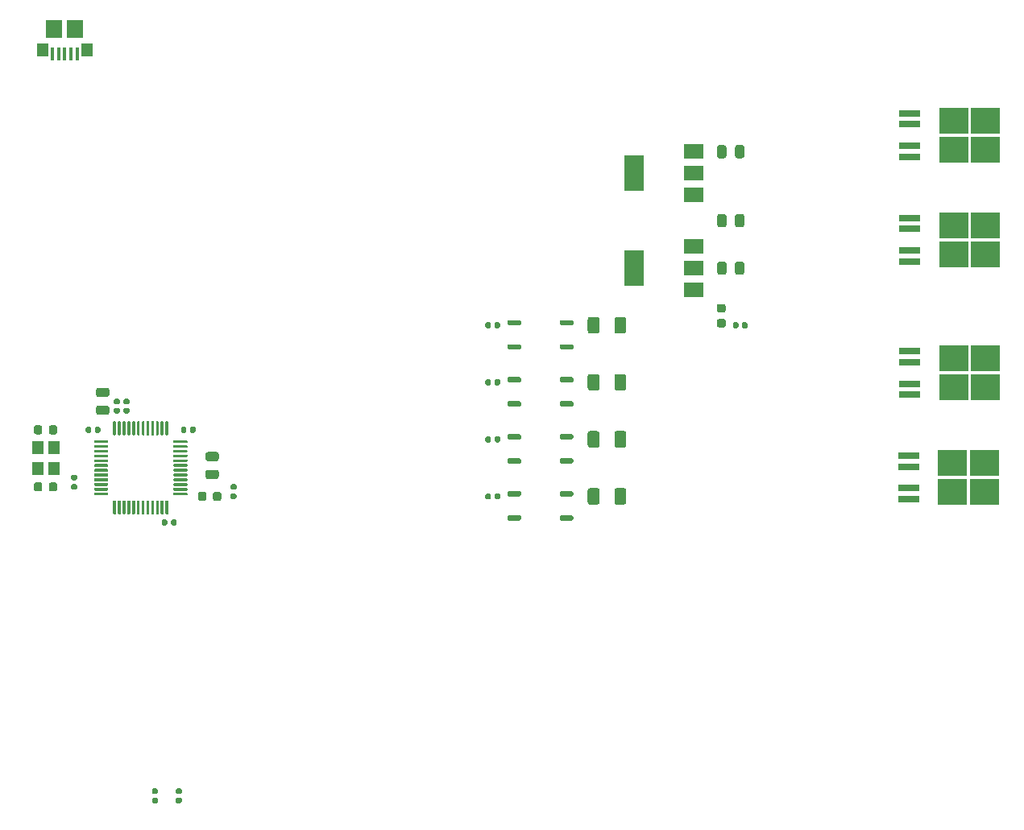
<source format=gbr>
%TF.GenerationSoftware,KiCad,Pcbnew,(5.1.5-131-g305ed0b65)-1*%
%TF.CreationDate,2021-01-25T18:11:24+08:00*%
%TF.ProjectId,OpenTEC,4f70656e-5445-4432-9e6b-696361645f70,rev?*%
%TF.SameCoordinates,Original*%
%TF.FileFunction,Paste,Top*%
%TF.FilePolarity,Positive*%
%FSLAX46Y46*%
G04 Gerber Fmt 4.6, Leading zero omitted, Abs format (unit mm)*
G04 Created by KiCad (PCBNEW (5.1.5-131-g305ed0b65)-1) date 2021-01-25 18:11:24*
%MOMM*%
%LPD*%
G01*
G04 APERTURE LIST*
%ADD10R,2.000000X3.800000*%
%ADD11R,2.000000X1.500000*%
%ADD12R,1.750000X1.900000*%
%ADD13R,0.400000X1.400000*%
%ADD14R,1.150000X1.450000*%
%ADD15R,2.200000X0.800000*%
%ADD16R,3.050000X2.750000*%
%ADD17R,1.200000X1.400000*%
G04 APERTURE END LIST*
D10*
%TO.C,U1*%
X154850000Y-63000000D03*
D11*
X161150000Y-63000000D03*
X161150000Y-60700000D03*
X161150000Y-65300000D03*
%TD*%
%TO.C,U2*%
X161150000Y-75300000D03*
X161150000Y-70700000D03*
X161150000Y-73000000D03*
D10*
X154850000Y-73000000D03*
%TD*%
%TO.C,D2*%
G36*
G01*
X111475000Y-96743750D02*
X111475000Y-97256250D01*
G75*
G02*
X111256250Y-97475000I-218750J0D01*
G01*
X110818750Y-97475000D01*
G75*
G02*
X110600000Y-97256250I0J218750D01*
G01*
X110600000Y-96743750D01*
G75*
G02*
X110818750Y-96525000I218750J0D01*
G01*
X111256250Y-96525000D01*
G75*
G02*
X111475000Y-96743750I0J-218750D01*
G01*
G37*
G36*
G01*
X109900000Y-96743750D02*
X109900000Y-97256250D01*
G75*
G02*
X109681250Y-97475000I-218750J0D01*
G01*
X109243750Y-97475000D01*
G75*
G02*
X109025000Y-97256250I0J218750D01*
G01*
X109025000Y-96743750D01*
G75*
G02*
X109243750Y-96525000I218750J0D01*
G01*
X109681250Y-96525000D01*
G75*
G02*
X109900000Y-96743750I0J-218750D01*
G01*
G37*
%TD*%
%TO.C,R10*%
G36*
G01*
X112922500Y-96310000D02*
X112577500Y-96310000D01*
G75*
G02*
X112430000Y-96162500I0J147500D01*
G01*
X112430000Y-95867500D01*
G75*
G02*
X112577500Y-95720000I147500J0D01*
G01*
X112922500Y-95720000D01*
G75*
G02*
X113070000Y-95867500I0J-147500D01*
G01*
X113070000Y-96162500D01*
G75*
G02*
X112922500Y-96310000I-147500J0D01*
G01*
G37*
G36*
G01*
X112922500Y-97280000D02*
X112577500Y-97280000D01*
G75*
G02*
X112430000Y-97132500I0J147500D01*
G01*
X112430000Y-96837500D01*
G75*
G02*
X112577500Y-96690000I147500J0D01*
G01*
X112922500Y-96690000D01*
G75*
G02*
X113070000Y-96837500I0J-147500D01*
G01*
X113070000Y-97132500D01*
G75*
G02*
X112922500Y-97280000I-147500J0D01*
G01*
G37*
%TD*%
%TO.C,C1*%
G36*
G01*
X163575000Y-61206250D02*
X163575000Y-60293750D01*
G75*
G02*
X163818750Y-60050000I243750J0D01*
G01*
X164306250Y-60050000D01*
G75*
G02*
X164550000Y-60293750I0J-243750D01*
G01*
X164550000Y-61206250D01*
G75*
G02*
X164306250Y-61450000I-243750J0D01*
G01*
X163818750Y-61450000D01*
G75*
G02*
X163575000Y-61206250I0J243750D01*
G01*
G37*
G36*
G01*
X165450000Y-61206250D02*
X165450000Y-60293750D01*
G75*
G02*
X165693750Y-60050000I243750J0D01*
G01*
X166181250Y-60050000D01*
G75*
G02*
X166425000Y-60293750I0J-243750D01*
G01*
X166425000Y-61206250D01*
G75*
G02*
X166181250Y-61450000I-243750J0D01*
G01*
X165693750Y-61450000D01*
G75*
G02*
X165450000Y-61206250I0J243750D01*
G01*
G37*
%TD*%
%TO.C,C2*%
G36*
G01*
X163575000Y-68456250D02*
X163575000Y-67543750D01*
G75*
G02*
X163818750Y-67300000I243750J0D01*
G01*
X164306250Y-67300000D01*
G75*
G02*
X164550000Y-67543750I0J-243750D01*
G01*
X164550000Y-68456250D01*
G75*
G02*
X164306250Y-68700000I-243750J0D01*
G01*
X163818750Y-68700000D01*
G75*
G02*
X163575000Y-68456250I0J243750D01*
G01*
G37*
G36*
G01*
X165450000Y-68456250D02*
X165450000Y-67543750D01*
G75*
G02*
X165693750Y-67300000I243750J0D01*
G01*
X166181250Y-67300000D01*
G75*
G02*
X166425000Y-67543750I0J-243750D01*
G01*
X166425000Y-68456250D01*
G75*
G02*
X166181250Y-68700000I-243750J0D01*
G01*
X165693750Y-68700000D01*
G75*
G02*
X165450000Y-68456250I0J243750D01*
G01*
G37*
%TD*%
%TO.C,C3*%
G36*
G01*
X165450000Y-73456250D02*
X165450000Y-72543750D01*
G75*
G02*
X165693750Y-72300000I243750J0D01*
G01*
X166181250Y-72300000D01*
G75*
G02*
X166425000Y-72543750I0J-243750D01*
G01*
X166425000Y-73456250D01*
G75*
G02*
X166181250Y-73700000I-243750J0D01*
G01*
X165693750Y-73700000D01*
G75*
G02*
X165450000Y-73456250I0J243750D01*
G01*
G37*
G36*
G01*
X163575000Y-73456250D02*
X163575000Y-72543750D01*
G75*
G02*
X163818750Y-72300000I243750J0D01*
G01*
X164306250Y-72300000D01*
G75*
G02*
X164550000Y-72543750I0J-243750D01*
G01*
X164550000Y-73456250D01*
G75*
G02*
X164306250Y-73700000I-243750J0D01*
G01*
X163818750Y-73700000D01*
G75*
G02*
X163575000Y-73456250I0J243750D01*
G01*
G37*
%TD*%
%TO.C,C4*%
G36*
G01*
X110043750Y-92325000D02*
X110956250Y-92325000D01*
G75*
G02*
X111200000Y-92568750I0J-243750D01*
G01*
X111200000Y-93056250D01*
G75*
G02*
X110956250Y-93300000I-243750J0D01*
G01*
X110043750Y-93300000D01*
G75*
G02*
X109800000Y-93056250I0J243750D01*
G01*
X109800000Y-92568750D01*
G75*
G02*
X110043750Y-92325000I243750J0D01*
G01*
G37*
G36*
G01*
X110043750Y-94200000D02*
X110956250Y-94200000D01*
G75*
G02*
X111200000Y-94443750I0J-243750D01*
G01*
X111200000Y-94931250D01*
G75*
G02*
X110956250Y-95175000I-243750J0D01*
G01*
X110043750Y-95175000D01*
G75*
G02*
X109800000Y-94931250I0J243750D01*
G01*
X109800000Y-94443750D01*
G75*
G02*
X110043750Y-94200000I243750J0D01*
G01*
G37*
%TD*%
%TO.C,C5*%
G36*
G01*
X97810000Y-89827500D02*
X97810000Y-90172500D01*
G75*
G02*
X97662500Y-90320000I-147500J0D01*
G01*
X97367500Y-90320000D01*
G75*
G02*
X97220000Y-90172500I0J147500D01*
G01*
X97220000Y-89827500D01*
G75*
G02*
X97367500Y-89680000I147500J0D01*
G01*
X97662500Y-89680000D01*
G75*
G02*
X97810000Y-89827500I0J-147500D01*
G01*
G37*
G36*
G01*
X98780000Y-89827500D02*
X98780000Y-90172500D01*
G75*
G02*
X98632500Y-90320000I-147500J0D01*
G01*
X98337500Y-90320000D01*
G75*
G02*
X98190000Y-90172500I0J147500D01*
G01*
X98190000Y-89827500D01*
G75*
G02*
X98337500Y-89680000I147500J0D01*
G01*
X98632500Y-89680000D01*
G75*
G02*
X98780000Y-89827500I0J-147500D01*
G01*
G37*
%TD*%
%TO.C,C6*%
G36*
G01*
X96172500Y-96280000D02*
X95827500Y-96280000D01*
G75*
G02*
X95680000Y-96132500I0J147500D01*
G01*
X95680000Y-95837500D01*
G75*
G02*
X95827500Y-95690000I147500J0D01*
G01*
X96172500Y-95690000D01*
G75*
G02*
X96320000Y-95837500I0J-147500D01*
G01*
X96320000Y-96132500D01*
G75*
G02*
X96172500Y-96280000I-147500J0D01*
G01*
G37*
G36*
G01*
X96172500Y-95310000D02*
X95827500Y-95310000D01*
G75*
G02*
X95680000Y-95162500I0J147500D01*
G01*
X95680000Y-94867500D01*
G75*
G02*
X95827500Y-94720000I147500J0D01*
G01*
X96172500Y-94720000D01*
G75*
G02*
X96320000Y-94867500I0J-147500D01*
G01*
X96320000Y-95162500D01*
G75*
G02*
X96172500Y-95310000I-147500J0D01*
G01*
G37*
%TD*%
%TO.C,C7*%
G36*
G01*
X105810000Y-99577500D02*
X105810000Y-99922500D01*
G75*
G02*
X105662500Y-100070000I-147500J0D01*
G01*
X105367500Y-100070000D01*
G75*
G02*
X105220000Y-99922500I0J147500D01*
G01*
X105220000Y-99577500D01*
G75*
G02*
X105367500Y-99430000I147500J0D01*
G01*
X105662500Y-99430000D01*
G75*
G02*
X105810000Y-99577500I0J-147500D01*
G01*
G37*
G36*
G01*
X106780000Y-99577500D02*
X106780000Y-99922500D01*
G75*
G02*
X106632500Y-100070000I-147500J0D01*
G01*
X106337500Y-100070000D01*
G75*
G02*
X106190000Y-99922500I0J147500D01*
G01*
X106190000Y-99577500D01*
G75*
G02*
X106337500Y-99430000I147500J0D01*
G01*
X106632500Y-99430000D01*
G75*
G02*
X106780000Y-99577500I0J-147500D01*
G01*
G37*
%TD*%
%TO.C,C8*%
G36*
G01*
X107220000Y-90172500D02*
X107220000Y-89827500D01*
G75*
G02*
X107367500Y-89680000I147500J0D01*
G01*
X107662500Y-89680000D01*
G75*
G02*
X107810000Y-89827500I0J-147500D01*
G01*
X107810000Y-90172500D01*
G75*
G02*
X107662500Y-90320000I-147500J0D01*
G01*
X107367500Y-90320000D01*
G75*
G02*
X107220000Y-90172500I0J147500D01*
G01*
G37*
G36*
G01*
X108190000Y-90172500D02*
X108190000Y-89827500D01*
G75*
G02*
X108337500Y-89680000I147500J0D01*
G01*
X108632500Y-89680000D01*
G75*
G02*
X108780000Y-89827500I0J-147500D01*
G01*
X108780000Y-90172500D01*
G75*
G02*
X108632500Y-90320000I-147500J0D01*
G01*
X108337500Y-90320000D01*
G75*
G02*
X108190000Y-90172500I0J147500D01*
G01*
G37*
%TD*%
%TO.C,C9*%
G36*
G01*
X99456250Y-86550000D02*
X98543750Y-86550000D01*
G75*
G02*
X98300000Y-86306250I0J243750D01*
G01*
X98300000Y-85818750D01*
G75*
G02*
X98543750Y-85575000I243750J0D01*
G01*
X99456250Y-85575000D01*
G75*
G02*
X99700000Y-85818750I0J-243750D01*
G01*
X99700000Y-86306250D01*
G75*
G02*
X99456250Y-86550000I-243750J0D01*
G01*
G37*
G36*
G01*
X99456250Y-88425000D02*
X98543750Y-88425000D01*
G75*
G02*
X98300000Y-88181250I0J243750D01*
G01*
X98300000Y-87693750D01*
G75*
G02*
X98543750Y-87450000I243750J0D01*
G01*
X99456250Y-87450000D01*
G75*
G02*
X99700000Y-87693750I0J-243750D01*
G01*
X99700000Y-88181250D01*
G75*
G02*
X99456250Y-88425000I-243750J0D01*
G01*
G37*
%TD*%
%TO.C,C10*%
G36*
G01*
X100672500Y-87310000D02*
X100327500Y-87310000D01*
G75*
G02*
X100180000Y-87162500I0J147500D01*
G01*
X100180000Y-86867500D01*
G75*
G02*
X100327500Y-86720000I147500J0D01*
G01*
X100672500Y-86720000D01*
G75*
G02*
X100820000Y-86867500I0J-147500D01*
G01*
X100820000Y-87162500D01*
G75*
G02*
X100672500Y-87310000I-147500J0D01*
G01*
G37*
G36*
G01*
X100672500Y-88280000D02*
X100327500Y-88280000D01*
G75*
G02*
X100180000Y-88132500I0J147500D01*
G01*
X100180000Y-87837500D01*
G75*
G02*
X100327500Y-87690000I147500J0D01*
G01*
X100672500Y-87690000D01*
G75*
G02*
X100820000Y-87837500I0J-147500D01*
G01*
X100820000Y-88132500D01*
G75*
G02*
X100672500Y-88280000I-147500J0D01*
G01*
G37*
%TD*%
%TO.C,C11*%
G36*
G01*
X101672500Y-88280000D02*
X101327500Y-88280000D01*
G75*
G02*
X101180000Y-88132500I0J147500D01*
G01*
X101180000Y-87837500D01*
G75*
G02*
X101327500Y-87690000I147500J0D01*
G01*
X101672500Y-87690000D01*
G75*
G02*
X101820000Y-87837500I0J-147500D01*
G01*
X101820000Y-88132500D01*
G75*
G02*
X101672500Y-88280000I-147500J0D01*
G01*
G37*
G36*
G01*
X101672500Y-87310000D02*
X101327500Y-87310000D01*
G75*
G02*
X101180000Y-87162500I0J147500D01*
G01*
X101180000Y-86867500D01*
G75*
G02*
X101327500Y-86720000I147500J0D01*
G01*
X101672500Y-86720000D01*
G75*
G02*
X101820000Y-86867500I0J-147500D01*
G01*
X101820000Y-87162500D01*
G75*
G02*
X101672500Y-87310000I-147500J0D01*
G01*
G37*
%TD*%
%TO.C,C12*%
G36*
G01*
X92650000Y-89743750D02*
X92650000Y-90256250D01*
G75*
G02*
X92431250Y-90475000I-218750J0D01*
G01*
X91993750Y-90475000D01*
G75*
G02*
X91775000Y-90256250I0J218750D01*
G01*
X91775000Y-89743750D01*
G75*
G02*
X91993750Y-89525000I218750J0D01*
G01*
X92431250Y-89525000D01*
G75*
G02*
X92650000Y-89743750I0J-218750D01*
G01*
G37*
G36*
G01*
X94225000Y-89743750D02*
X94225000Y-90256250D01*
G75*
G02*
X94006250Y-90475000I-218750J0D01*
G01*
X93568750Y-90475000D01*
G75*
G02*
X93350000Y-90256250I0J218750D01*
G01*
X93350000Y-89743750D01*
G75*
G02*
X93568750Y-89525000I218750J0D01*
G01*
X94006250Y-89525000D01*
G75*
G02*
X94225000Y-89743750I0J-218750D01*
G01*
G37*
%TD*%
%TO.C,C13*%
G36*
G01*
X94225000Y-95743750D02*
X94225000Y-96256250D01*
G75*
G02*
X94006250Y-96475000I-218750J0D01*
G01*
X93568750Y-96475000D01*
G75*
G02*
X93350000Y-96256250I0J218750D01*
G01*
X93350000Y-95743750D01*
G75*
G02*
X93568750Y-95525000I218750J0D01*
G01*
X94006250Y-95525000D01*
G75*
G02*
X94225000Y-95743750I0J-218750D01*
G01*
G37*
G36*
G01*
X92650000Y-95743750D02*
X92650000Y-96256250D01*
G75*
G02*
X92431250Y-96475000I-218750J0D01*
G01*
X91993750Y-96475000D01*
G75*
G02*
X91775000Y-96256250I0J218750D01*
G01*
X91775000Y-95743750D01*
G75*
G02*
X91993750Y-95525000I218750J0D01*
G01*
X92431250Y-95525000D01*
G75*
G02*
X92650000Y-95743750I0J-218750D01*
G01*
G37*
%TD*%
%TO.C,D1*%
G36*
G01*
X164256250Y-77650000D02*
X163743750Y-77650000D01*
G75*
G02*
X163525000Y-77431250I0J218750D01*
G01*
X163525000Y-76993750D01*
G75*
G02*
X163743750Y-76775000I218750J0D01*
G01*
X164256250Y-76775000D01*
G75*
G02*
X164475000Y-76993750I0J-218750D01*
G01*
X164475000Y-77431250D01*
G75*
G02*
X164256250Y-77650000I-218750J0D01*
G01*
G37*
G36*
G01*
X164256250Y-79225000D02*
X163743750Y-79225000D01*
G75*
G02*
X163525000Y-79006250I0J218750D01*
G01*
X163525000Y-78568750D01*
G75*
G02*
X163743750Y-78350000I218750J0D01*
G01*
X164256250Y-78350000D01*
G75*
G02*
X164475000Y-78568750I0J-218750D01*
G01*
X164475000Y-79006250D01*
G75*
G02*
X164256250Y-79225000I-218750J0D01*
G01*
G37*
%TD*%
D12*
%TO.C,J1*%
X93875000Y-47800000D03*
D13*
X95650000Y-50450000D03*
X96300000Y-50450000D03*
X93700000Y-50450000D03*
X94350000Y-50450000D03*
X95000000Y-50450000D03*
D12*
X96125000Y-47800000D03*
D14*
X92680000Y-50030000D03*
X97320000Y-50030000D03*
%TD*%
%TO.C,R1*%
G36*
G01*
X154025000Y-84375000D02*
X154025000Y-85625000D01*
G75*
G02*
X153775000Y-85875000I-250000J0D01*
G01*
X153025000Y-85875000D01*
G75*
G02*
X152775000Y-85625000I0J250000D01*
G01*
X152775000Y-84375000D01*
G75*
G02*
X153025000Y-84125000I250000J0D01*
G01*
X153775000Y-84125000D01*
G75*
G02*
X154025000Y-84375000I0J-250000D01*
G01*
G37*
G36*
G01*
X151225000Y-84375000D02*
X151225000Y-85625000D01*
G75*
G02*
X150975000Y-85875000I-250000J0D01*
G01*
X150225000Y-85875000D01*
G75*
G02*
X149975000Y-85625000I0J250000D01*
G01*
X149975000Y-84375000D01*
G75*
G02*
X150225000Y-84125000I250000J0D01*
G01*
X150975000Y-84125000D01*
G75*
G02*
X151225000Y-84375000I0J-250000D01*
G01*
G37*
%TD*%
%TO.C,R2*%
G36*
G01*
X151225000Y-78375000D02*
X151225000Y-79625000D01*
G75*
G02*
X150975000Y-79875000I-250000J0D01*
G01*
X150225000Y-79875000D01*
G75*
G02*
X149975000Y-79625000I0J250000D01*
G01*
X149975000Y-78375000D01*
G75*
G02*
X150225000Y-78125000I250000J0D01*
G01*
X150975000Y-78125000D01*
G75*
G02*
X151225000Y-78375000I0J-250000D01*
G01*
G37*
G36*
G01*
X154025000Y-78375000D02*
X154025000Y-79625000D01*
G75*
G02*
X153775000Y-79875000I-250000J0D01*
G01*
X153025000Y-79875000D01*
G75*
G02*
X152775000Y-79625000I0J250000D01*
G01*
X152775000Y-78375000D01*
G75*
G02*
X153025000Y-78125000I250000J0D01*
G01*
X153775000Y-78125000D01*
G75*
G02*
X154025000Y-78375000I0J-250000D01*
G01*
G37*
%TD*%
%TO.C,R3*%
G36*
G01*
X165220000Y-79172500D02*
X165220000Y-78827500D01*
G75*
G02*
X165367500Y-78680000I147500J0D01*
G01*
X165662500Y-78680000D01*
G75*
G02*
X165810000Y-78827500I0J-147500D01*
G01*
X165810000Y-79172500D01*
G75*
G02*
X165662500Y-79320000I-147500J0D01*
G01*
X165367500Y-79320000D01*
G75*
G02*
X165220000Y-79172500I0J147500D01*
G01*
G37*
G36*
G01*
X166190000Y-79172500D02*
X166190000Y-78827500D01*
G75*
G02*
X166337500Y-78680000I147500J0D01*
G01*
X166632500Y-78680000D01*
G75*
G02*
X166780000Y-78827500I0J-147500D01*
G01*
X166780000Y-79172500D01*
G75*
G02*
X166632500Y-79320000I-147500J0D01*
G01*
X166337500Y-79320000D01*
G75*
G02*
X166190000Y-79172500I0J147500D01*
G01*
G37*
%TD*%
%TO.C,R4*%
G36*
G01*
X139810000Y-84827500D02*
X139810000Y-85172500D01*
G75*
G02*
X139662500Y-85320000I-147500J0D01*
G01*
X139367500Y-85320000D01*
G75*
G02*
X139220000Y-85172500I0J147500D01*
G01*
X139220000Y-84827500D01*
G75*
G02*
X139367500Y-84680000I147500J0D01*
G01*
X139662500Y-84680000D01*
G75*
G02*
X139810000Y-84827500I0J-147500D01*
G01*
G37*
G36*
G01*
X140780000Y-84827500D02*
X140780000Y-85172500D01*
G75*
G02*
X140632500Y-85320000I-147500J0D01*
G01*
X140337500Y-85320000D01*
G75*
G02*
X140190000Y-85172500I0J147500D01*
G01*
X140190000Y-84827500D01*
G75*
G02*
X140337500Y-84680000I147500J0D01*
G01*
X140632500Y-84680000D01*
G75*
G02*
X140780000Y-84827500I0J-147500D01*
G01*
G37*
%TD*%
%TO.C,R5*%
G36*
G01*
X139220000Y-79172500D02*
X139220000Y-78827500D01*
G75*
G02*
X139367500Y-78680000I147500J0D01*
G01*
X139662500Y-78680000D01*
G75*
G02*
X139810000Y-78827500I0J-147500D01*
G01*
X139810000Y-79172500D01*
G75*
G02*
X139662500Y-79320000I-147500J0D01*
G01*
X139367500Y-79320000D01*
G75*
G02*
X139220000Y-79172500I0J147500D01*
G01*
G37*
G36*
G01*
X140190000Y-79172500D02*
X140190000Y-78827500D01*
G75*
G02*
X140337500Y-78680000I147500J0D01*
G01*
X140632500Y-78680000D01*
G75*
G02*
X140780000Y-78827500I0J-147500D01*
G01*
X140780000Y-79172500D01*
G75*
G02*
X140632500Y-79320000I-147500J0D01*
G01*
X140337500Y-79320000D01*
G75*
G02*
X140190000Y-79172500I0J147500D01*
G01*
G37*
%TD*%
%TO.C,R6*%
G36*
G01*
X151225000Y-96375000D02*
X151225000Y-97625000D01*
G75*
G02*
X150975000Y-97875000I-250000J0D01*
G01*
X150225000Y-97875000D01*
G75*
G02*
X149975000Y-97625000I0J250000D01*
G01*
X149975000Y-96375000D01*
G75*
G02*
X150225000Y-96125000I250000J0D01*
G01*
X150975000Y-96125000D01*
G75*
G02*
X151225000Y-96375000I0J-250000D01*
G01*
G37*
G36*
G01*
X154025000Y-96375000D02*
X154025000Y-97625000D01*
G75*
G02*
X153775000Y-97875000I-250000J0D01*
G01*
X153025000Y-97875000D01*
G75*
G02*
X152775000Y-97625000I0J250000D01*
G01*
X152775000Y-96375000D01*
G75*
G02*
X153025000Y-96125000I250000J0D01*
G01*
X153775000Y-96125000D01*
G75*
G02*
X154025000Y-96375000I0J-250000D01*
G01*
G37*
%TD*%
%TO.C,R7*%
G36*
G01*
X154025000Y-90375000D02*
X154025000Y-91625000D01*
G75*
G02*
X153775000Y-91875000I-250000J0D01*
G01*
X153025000Y-91875000D01*
G75*
G02*
X152775000Y-91625000I0J250000D01*
G01*
X152775000Y-90375000D01*
G75*
G02*
X153025000Y-90125000I250000J0D01*
G01*
X153775000Y-90125000D01*
G75*
G02*
X154025000Y-90375000I0J-250000D01*
G01*
G37*
G36*
G01*
X151225000Y-90375000D02*
X151225000Y-91625000D01*
G75*
G02*
X150975000Y-91875000I-250000J0D01*
G01*
X150225000Y-91875000D01*
G75*
G02*
X149975000Y-91625000I0J250000D01*
G01*
X149975000Y-90375000D01*
G75*
G02*
X150225000Y-90125000I250000J0D01*
G01*
X150975000Y-90125000D01*
G75*
G02*
X151225000Y-90375000I0J-250000D01*
G01*
G37*
%TD*%
%TO.C,R8*%
G36*
G01*
X139810000Y-96827500D02*
X139810000Y-97172500D01*
G75*
G02*
X139662500Y-97320000I-147500J0D01*
G01*
X139367500Y-97320000D01*
G75*
G02*
X139220000Y-97172500I0J147500D01*
G01*
X139220000Y-96827500D01*
G75*
G02*
X139367500Y-96680000I147500J0D01*
G01*
X139662500Y-96680000D01*
G75*
G02*
X139810000Y-96827500I0J-147500D01*
G01*
G37*
G36*
G01*
X140780000Y-96827500D02*
X140780000Y-97172500D01*
G75*
G02*
X140632500Y-97320000I-147500J0D01*
G01*
X140337500Y-97320000D01*
G75*
G02*
X140190000Y-97172500I0J147500D01*
G01*
X140190000Y-96827500D01*
G75*
G02*
X140337500Y-96680000I147500J0D01*
G01*
X140632500Y-96680000D01*
G75*
G02*
X140780000Y-96827500I0J-147500D01*
G01*
G37*
%TD*%
%TO.C,R9*%
G36*
G01*
X139220000Y-91172500D02*
X139220000Y-90827500D01*
G75*
G02*
X139367500Y-90680000I147500J0D01*
G01*
X139662500Y-90680000D01*
G75*
G02*
X139810000Y-90827500I0J-147500D01*
G01*
X139810000Y-91172500D01*
G75*
G02*
X139662500Y-91320000I-147500J0D01*
G01*
X139367500Y-91320000D01*
G75*
G02*
X139220000Y-91172500I0J147500D01*
G01*
G37*
G36*
G01*
X140190000Y-91172500D02*
X140190000Y-90827500D01*
G75*
G02*
X140337500Y-90680000I147500J0D01*
G01*
X140632500Y-90680000D01*
G75*
G02*
X140780000Y-90827500I0J-147500D01*
G01*
X140780000Y-91172500D01*
G75*
G02*
X140632500Y-91320000I-147500J0D01*
G01*
X140337500Y-91320000D01*
G75*
G02*
X140190000Y-91172500I0J147500D01*
G01*
G37*
%TD*%
%TO.C,R11*%
G36*
G01*
X104327500Y-128690000D02*
X104672500Y-128690000D01*
G75*
G02*
X104820000Y-128837500I0J-147500D01*
G01*
X104820000Y-129132500D01*
G75*
G02*
X104672500Y-129280000I-147500J0D01*
G01*
X104327500Y-129280000D01*
G75*
G02*
X104180000Y-129132500I0J147500D01*
G01*
X104180000Y-128837500D01*
G75*
G02*
X104327500Y-128690000I147500J0D01*
G01*
G37*
G36*
G01*
X104327500Y-127720000D02*
X104672500Y-127720000D01*
G75*
G02*
X104820000Y-127867500I0J-147500D01*
G01*
X104820000Y-128162500D01*
G75*
G02*
X104672500Y-128310000I-147500J0D01*
G01*
X104327500Y-128310000D01*
G75*
G02*
X104180000Y-128162500I0J147500D01*
G01*
X104180000Y-127867500D01*
G75*
G02*
X104327500Y-127720000I147500J0D01*
G01*
G37*
%TD*%
%TO.C,R12*%
G36*
G01*
X106827500Y-127720000D02*
X107172500Y-127720000D01*
G75*
G02*
X107320000Y-127867500I0J-147500D01*
G01*
X107320000Y-128162500D01*
G75*
G02*
X107172500Y-128310000I-147500J0D01*
G01*
X106827500Y-128310000D01*
G75*
G02*
X106680000Y-128162500I0J147500D01*
G01*
X106680000Y-127867500D01*
G75*
G02*
X106827500Y-127720000I147500J0D01*
G01*
G37*
G36*
G01*
X106827500Y-128690000D02*
X107172500Y-128690000D01*
G75*
G02*
X107320000Y-128837500I0J-147500D01*
G01*
X107320000Y-129132500D01*
G75*
G02*
X107172500Y-129280000I-147500J0D01*
G01*
X106827500Y-129280000D01*
G75*
G02*
X106680000Y-129132500I0J147500D01*
G01*
X106680000Y-128837500D01*
G75*
G02*
X106827500Y-128690000I147500J0D01*
G01*
G37*
%TD*%
D15*
%TO.C,U3*%
X183800000Y-67720000D03*
X183800000Y-68860000D03*
X183800000Y-71140000D03*
X183800000Y-72280000D03*
D16*
X191775000Y-71525000D03*
X188425000Y-68475000D03*
X191775000Y-68475000D03*
X188425000Y-71525000D03*
%TD*%
%TO.C,U4*%
X188425000Y-60525000D03*
X191775000Y-57475000D03*
X188425000Y-57475000D03*
X191775000Y-60525000D03*
D15*
X183800000Y-61280000D03*
X183800000Y-60140000D03*
X183800000Y-57860000D03*
X183800000Y-56720000D03*
%TD*%
%TO.C,U5*%
G36*
G01*
X141525000Y-84867500D02*
X141525000Y-84592500D01*
G75*
G02*
X141662500Y-84455000I137500J0D01*
G01*
X142837500Y-84455000D01*
G75*
G02*
X142975000Y-84592500I0J-137500D01*
G01*
X142975000Y-84867500D01*
G75*
G02*
X142837500Y-85005000I-137500J0D01*
G01*
X141662500Y-85005000D01*
G75*
G02*
X141525000Y-84867500I0J137500D01*
G01*
G37*
G36*
G01*
X141525000Y-87407500D02*
X141525000Y-87132500D01*
G75*
G02*
X141662500Y-86995000I137500J0D01*
G01*
X142837500Y-86995000D01*
G75*
G02*
X142975000Y-87132500I0J-137500D01*
G01*
X142975000Y-87407500D01*
G75*
G02*
X142837500Y-87545000I-137500J0D01*
G01*
X141662500Y-87545000D01*
G75*
G02*
X141525000Y-87407500I0J137500D01*
G01*
G37*
G36*
G01*
X147025000Y-87407500D02*
X147025000Y-87132500D01*
G75*
G02*
X147162500Y-86995000I137500J0D01*
G01*
X148337500Y-86995000D01*
G75*
G02*
X148475000Y-87132500I0J-137500D01*
G01*
X148475000Y-87407500D01*
G75*
G02*
X148337500Y-87545000I-137500J0D01*
G01*
X147162500Y-87545000D01*
G75*
G02*
X147025000Y-87407500I0J137500D01*
G01*
G37*
G36*
G01*
X147025000Y-84867500D02*
X147025000Y-84592500D01*
G75*
G02*
X147162500Y-84455000I137500J0D01*
G01*
X148337500Y-84455000D01*
G75*
G02*
X148475000Y-84592500I0J-137500D01*
G01*
X148475000Y-84867500D01*
G75*
G02*
X148337500Y-85005000I-137500J0D01*
G01*
X147162500Y-85005000D01*
G75*
G02*
X147025000Y-84867500I0J137500D01*
G01*
G37*
%TD*%
%TO.C,U6*%
G36*
G01*
X147025000Y-78867500D02*
X147025000Y-78592500D01*
G75*
G02*
X147162500Y-78455000I137500J0D01*
G01*
X148337500Y-78455000D01*
G75*
G02*
X148475000Y-78592500I0J-137500D01*
G01*
X148475000Y-78867500D01*
G75*
G02*
X148337500Y-79005000I-137500J0D01*
G01*
X147162500Y-79005000D01*
G75*
G02*
X147025000Y-78867500I0J137500D01*
G01*
G37*
G36*
G01*
X147025000Y-81407500D02*
X147025000Y-81132500D01*
G75*
G02*
X147162500Y-80995000I137500J0D01*
G01*
X148337500Y-80995000D01*
G75*
G02*
X148475000Y-81132500I0J-137500D01*
G01*
X148475000Y-81407500D01*
G75*
G02*
X148337500Y-81545000I-137500J0D01*
G01*
X147162500Y-81545000D01*
G75*
G02*
X147025000Y-81407500I0J137500D01*
G01*
G37*
G36*
G01*
X141525000Y-81407500D02*
X141525000Y-81132500D01*
G75*
G02*
X141662500Y-80995000I137500J0D01*
G01*
X142837500Y-80995000D01*
G75*
G02*
X142975000Y-81132500I0J-137500D01*
G01*
X142975000Y-81407500D01*
G75*
G02*
X142837500Y-81545000I-137500J0D01*
G01*
X141662500Y-81545000D01*
G75*
G02*
X141525000Y-81407500I0J137500D01*
G01*
G37*
G36*
G01*
X141525000Y-78867500D02*
X141525000Y-78592500D01*
G75*
G02*
X141662500Y-78455000I137500J0D01*
G01*
X142837500Y-78455000D01*
G75*
G02*
X142975000Y-78592500I0J-137500D01*
G01*
X142975000Y-78867500D01*
G75*
G02*
X142837500Y-79005000I-137500J0D01*
G01*
X141662500Y-79005000D01*
G75*
G02*
X141525000Y-78867500I0J137500D01*
G01*
G37*
%TD*%
%TO.C,U7*%
X183700000Y-92720000D03*
X183700000Y-93860000D03*
X183700000Y-96140000D03*
X183700000Y-97280000D03*
D16*
X191675000Y-96525000D03*
X188325000Y-93475000D03*
X191675000Y-93475000D03*
X188325000Y-96525000D03*
%TD*%
%TO.C,U8*%
X188425000Y-85525000D03*
X191775000Y-82475000D03*
X188425000Y-82475000D03*
X191775000Y-85525000D03*
D15*
X183800000Y-86280000D03*
X183800000Y-85140000D03*
X183800000Y-82860000D03*
X183800000Y-81720000D03*
%TD*%
%TO.C,U9*%
G36*
G01*
X147025000Y-96867500D02*
X147025000Y-96592500D01*
G75*
G02*
X147162500Y-96455000I137500J0D01*
G01*
X148337500Y-96455000D01*
G75*
G02*
X148475000Y-96592500I0J-137500D01*
G01*
X148475000Y-96867500D01*
G75*
G02*
X148337500Y-97005000I-137500J0D01*
G01*
X147162500Y-97005000D01*
G75*
G02*
X147025000Y-96867500I0J137500D01*
G01*
G37*
G36*
G01*
X147025000Y-99407500D02*
X147025000Y-99132500D01*
G75*
G02*
X147162500Y-98995000I137500J0D01*
G01*
X148337500Y-98995000D01*
G75*
G02*
X148475000Y-99132500I0J-137500D01*
G01*
X148475000Y-99407500D01*
G75*
G02*
X148337500Y-99545000I-137500J0D01*
G01*
X147162500Y-99545000D01*
G75*
G02*
X147025000Y-99407500I0J137500D01*
G01*
G37*
G36*
G01*
X141525000Y-99407500D02*
X141525000Y-99132500D01*
G75*
G02*
X141662500Y-98995000I137500J0D01*
G01*
X142837500Y-98995000D01*
G75*
G02*
X142975000Y-99132500I0J-137500D01*
G01*
X142975000Y-99407500D01*
G75*
G02*
X142837500Y-99545000I-137500J0D01*
G01*
X141662500Y-99545000D01*
G75*
G02*
X141525000Y-99407500I0J137500D01*
G01*
G37*
G36*
G01*
X141525000Y-96867500D02*
X141525000Y-96592500D01*
G75*
G02*
X141662500Y-96455000I137500J0D01*
G01*
X142837500Y-96455000D01*
G75*
G02*
X142975000Y-96592500I0J-137500D01*
G01*
X142975000Y-96867500D01*
G75*
G02*
X142837500Y-97005000I-137500J0D01*
G01*
X141662500Y-97005000D01*
G75*
G02*
X141525000Y-96867500I0J137500D01*
G01*
G37*
%TD*%
%TO.C,U10*%
G36*
G01*
X141525000Y-90867500D02*
X141525000Y-90592500D01*
G75*
G02*
X141662500Y-90455000I137500J0D01*
G01*
X142837500Y-90455000D01*
G75*
G02*
X142975000Y-90592500I0J-137500D01*
G01*
X142975000Y-90867500D01*
G75*
G02*
X142837500Y-91005000I-137500J0D01*
G01*
X141662500Y-91005000D01*
G75*
G02*
X141525000Y-90867500I0J137500D01*
G01*
G37*
G36*
G01*
X141525000Y-93407500D02*
X141525000Y-93132500D01*
G75*
G02*
X141662500Y-92995000I137500J0D01*
G01*
X142837500Y-92995000D01*
G75*
G02*
X142975000Y-93132500I0J-137500D01*
G01*
X142975000Y-93407500D01*
G75*
G02*
X142837500Y-93545000I-137500J0D01*
G01*
X141662500Y-93545000D01*
G75*
G02*
X141525000Y-93407500I0J137500D01*
G01*
G37*
G36*
G01*
X147025000Y-93407500D02*
X147025000Y-93132500D01*
G75*
G02*
X147162500Y-92995000I137500J0D01*
G01*
X148337500Y-92995000D01*
G75*
G02*
X148475000Y-93132500I0J-137500D01*
G01*
X148475000Y-93407500D01*
G75*
G02*
X148337500Y-93545000I-137500J0D01*
G01*
X147162500Y-93545000D01*
G75*
G02*
X147025000Y-93407500I0J137500D01*
G01*
G37*
G36*
G01*
X147025000Y-90867500D02*
X147025000Y-90592500D01*
G75*
G02*
X147162500Y-90455000I137500J0D01*
G01*
X148337500Y-90455000D01*
G75*
G02*
X148475000Y-90592500I0J-137500D01*
G01*
X148475000Y-90867500D01*
G75*
G02*
X148337500Y-91005000I-137500J0D01*
G01*
X147162500Y-91005000D01*
G75*
G02*
X147025000Y-90867500I0J137500D01*
G01*
G37*
%TD*%
%TO.C,U11*%
G36*
G01*
X98100000Y-91325000D02*
X98100000Y-91175000D01*
G75*
G02*
X98175000Y-91100000I75000J0D01*
G01*
X99500000Y-91100000D01*
G75*
G02*
X99575000Y-91175000I0J-75000D01*
G01*
X99575000Y-91325000D01*
G75*
G02*
X99500000Y-91400000I-75000J0D01*
G01*
X98175000Y-91400000D01*
G75*
G02*
X98100000Y-91325000I0J75000D01*
G01*
G37*
G36*
G01*
X98100000Y-91825000D02*
X98100000Y-91675000D01*
G75*
G02*
X98175000Y-91600000I75000J0D01*
G01*
X99500000Y-91600000D01*
G75*
G02*
X99575000Y-91675000I0J-75000D01*
G01*
X99575000Y-91825000D01*
G75*
G02*
X99500000Y-91900000I-75000J0D01*
G01*
X98175000Y-91900000D01*
G75*
G02*
X98100000Y-91825000I0J75000D01*
G01*
G37*
G36*
G01*
X98100000Y-92325000D02*
X98100000Y-92175000D01*
G75*
G02*
X98175000Y-92100000I75000J0D01*
G01*
X99500000Y-92100000D01*
G75*
G02*
X99575000Y-92175000I0J-75000D01*
G01*
X99575000Y-92325000D01*
G75*
G02*
X99500000Y-92400000I-75000J0D01*
G01*
X98175000Y-92400000D01*
G75*
G02*
X98100000Y-92325000I0J75000D01*
G01*
G37*
G36*
G01*
X98100000Y-92825000D02*
X98100000Y-92675000D01*
G75*
G02*
X98175000Y-92600000I75000J0D01*
G01*
X99500000Y-92600000D01*
G75*
G02*
X99575000Y-92675000I0J-75000D01*
G01*
X99575000Y-92825000D01*
G75*
G02*
X99500000Y-92900000I-75000J0D01*
G01*
X98175000Y-92900000D01*
G75*
G02*
X98100000Y-92825000I0J75000D01*
G01*
G37*
G36*
G01*
X98100000Y-93325000D02*
X98100000Y-93175000D01*
G75*
G02*
X98175000Y-93100000I75000J0D01*
G01*
X99500000Y-93100000D01*
G75*
G02*
X99575000Y-93175000I0J-75000D01*
G01*
X99575000Y-93325000D01*
G75*
G02*
X99500000Y-93400000I-75000J0D01*
G01*
X98175000Y-93400000D01*
G75*
G02*
X98100000Y-93325000I0J75000D01*
G01*
G37*
G36*
G01*
X98100000Y-93825000D02*
X98100000Y-93675000D01*
G75*
G02*
X98175000Y-93600000I75000J0D01*
G01*
X99500000Y-93600000D01*
G75*
G02*
X99575000Y-93675000I0J-75000D01*
G01*
X99575000Y-93825000D01*
G75*
G02*
X99500000Y-93900000I-75000J0D01*
G01*
X98175000Y-93900000D01*
G75*
G02*
X98100000Y-93825000I0J75000D01*
G01*
G37*
G36*
G01*
X98100000Y-94325000D02*
X98100000Y-94175000D01*
G75*
G02*
X98175000Y-94100000I75000J0D01*
G01*
X99500000Y-94100000D01*
G75*
G02*
X99575000Y-94175000I0J-75000D01*
G01*
X99575000Y-94325000D01*
G75*
G02*
X99500000Y-94400000I-75000J0D01*
G01*
X98175000Y-94400000D01*
G75*
G02*
X98100000Y-94325000I0J75000D01*
G01*
G37*
G36*
G01*
X98100000Y-94825000D02*
X98100000Y-94675000D01*
G75*
G02*
X98175000Y-94600000I75000J0D01*
G01*
X99500000Y-94600000D01*
G75*
G02*
X99575000Y-94675000I0J-75000D01*
G01*
X99575000Y-94825000D01*
G75*
G02*
X99500000Y-94900000I-75000J0D01*
G01*
X98175000Y-94900000D01*
G75*
G02*
X98100000Y-94825000I0J75000D01*
G01*
G37*
G36*
G01*
X98100000Y-95325000D02*
X98100000Y-95175000D01*
G75*
G02*
X98175000Y-95100000I75000J0D01*
G01*
X99500000Y-95100000D01*
G75*
G02*
X99575000Y-95175000I0J-75000D01*
G01*
X99575000Y-95325000D01*
G75*
G02*
X99500000Y-95400000I-75000J0D01*
G01*
X98175000Y-95400000D01*
G75*
G02*
X98100000Y-95325000I0J75000D01*
G01*
G37*
G36*
G01*
X98100000Y-95825000D02*
X98100000Y-95675000D01*
G75*
G02*
X98175000Y-95600000I75000J0D01*
G01*
X99500000Y-95600000D01*
G75*
G02*
X99575000Y-95675000I0J-75000D01*
G01*
X99575000Y-95825000D01*
G75*
G02*
X99500000Y-95900000I-75000J0D01*
G01*
X98175000Y-95900000D01*
G75*
G02*
X98100000Y-95825000I0J75000D01*
G01*
G37*
G36*
G01*
X98100000Y-96325000D02*
X98100000Y-96175000D01*
G75*
G02*
X98175000Y-96100000I75000J0D01*
G01*
X99500000Y-96100000D01*
G75*
G02*
X99575000Y-96175000I0J-75000D01*
G01*
X99575000Y-96325000D01*
G75*
G02*
X99500000Y-96400000I-75000J0D01*
G01*
X98175000Y-96400000D01*
G75*
G02*
X98100000Y-96325000I0J75000D01*
G01*
G37*
G36*
G01*
X98100000Y-96825000D02*
X98100000Y-96675000D01*
G75*
G02*
X98175000Y-96600000I75000J0D01*
G01*
X99500000Y-96600000D01*
G75*
G02*
X99575000Y-96675000I0J-75000D01*
G01*
X99575000Y-96825000D01*
G75*
G02*
X99500000Y-96900000I-75000J0D01*
G01*
X98175000Y-96900000D01*
G75*
G02*
X98100000Y-96825000I0J75000D01*
G01*
G37*
G36*
G01*
X100100000Y-98825000D02*
X100100000Y-97500000D01*
G75*
G02*
X100175000Y-97425000I75000J0D01*
G01*
X100325000Y-97425000D01*
G75*
G02*
X100400000Y-97500000I0J-75000D01*
G01*
X100400000Y-98825000D01*
G75*
G02*
X100325000Y-98900000I-75000J0D01*
G01*
X100175000Y-98900000D01*
G75*
G02*
X100100000Y-98825000I0J75000D01*
G01*
G37*
G36*
G01*
X100600000Y-98825000D02*
X100600000Y-97500000D01*
G75*
G02*
X100675000Y-97425000I75000J0D01*
G01*
X100825000Y-97425000D01*
G75*
G02*
X100900000Y-97500000I0J-75000D01*
G01*
X100900000Y-98825000D01*
G75*
G02*
X100825000Y-98900000I-75000J0D01*
G01*
X100675000Y-98900000D01*
G75*
G02*
X100600000Y-98825000I0J75000D01*
G01*
G37*
G36*
G01*
X101100000Y-98825000D02*
X101100000Y-97500000D01*
G75*
G02*
X101175000Y-97425000I75000J0D01*
G01*
X101325000Y-97425000D01*
G75*
G02*
X101400000Y-97500000I0J-75000D01*
G01*
X101400000Y-98825000D01*
G75*
G02*
X101325000Y-98900000I-75000J0D01*
G01*
X101175000Y-98900000D01*
G75*
G02*
X101100000Y-98825000I0J75000D01*
G01*
G37*
G36*
G01*
X101600000Y-98825000D02*
X101600000Y-97500000D01*
G75*
G02*
X101675000Y-97425000I75000J0D01*
G01*
X101825000Y-97425000D01*
G75*
G02*
X101900000Y-97500000I0J-75000D01*
G01*
X101900000Y-98825000D01*
G75*
G02*
X101825000Y-98900000I-75000J0D01*
G01*
X101675000Y-98900000D01*
G75*
G02*
X101600000Y-98825000I0J75000D01*
G01*
G37*
G36*
G01*
X102100000Y-98825000D02*
X102100000Y-97500000D01*
G75*
G02*
X102175000Y-97425000I75000J0D01*
G01*
X102325000Y-97425000D01*
G75*
G02*
X102400000Y-97500000I0J-75000D01*
G01*
X102400000Y-98825000D01*
G75*
G02*
X102325000Y-98900000I-75000J0D01*
G01*
X102175000Y-98900000D01*
G75*
G02*
X102100000Y-98825000I0J75000D01*
G01*
G37*
G36*
G01*
X102600000Y-98825000D02*
X102600000Y-97500000D01*
G75*
G02*
X102675000Y-97425000I75000J0D01*
G01*
X102825000Y-97425000D01*
G75*
G02*
X102900000Y-97500000I0J-75000D01*
G01*
X102900000Y-98825000D01*
G75*
G02*
X102825000Y-98900000I-75000J0D01*
G01*
X102675000Y-98900000D01*
G75*
G02*
X102600000Y-98825000I0J75000D01*
G01*
G37*
G36*
G01*
X103100000Y-98825000D02*
X103100000Y-97500000D01*
G75*
G02*
X103175000Y-97425000I75000J0D01*
G01*
X103325000Y-97425000D01*
G75*
G02*
X103400000Y-97500000I0J-75000D01*
G01*
X103400000Y-98825000D01*
G75*
G02*
X103325000Y-98900000I-75000J0D01*
G01*
X103175000Y-98900000D01*
G75*
G02*
X103100000Y-98825000I0J75000D01*
G01*
G37*
G36*
G01*
X103600000Y-98825000D02*
X103600000Y-97500000D01*
G75*
G02*
X103675000Y-97425000I75000J0D01*
G01*
X103825000Y-97425000D01*
G75*
G02*
X103900000Y-97500000I0J-75000D01*
G01*
X103900000Y-98825000D01*
G75*
G02*
X103825000Y-98900000I-75000J0D01*
G01*
X103675000Y-98900000D01*
G75*
G02*
X103600000Y-98825000I0J75000D01*
G01*
G37*
G36*
G01*
X104100000Y-98825000D02*
X104100000Y-97500000D01*
G75*
G02*
X104175000Y-97425000I75000J0D01*
G01*
X104325000Y-97425000D01*
G75*
G02*
X104400000Y-97500000I0J-75000D01*
G01*
X104400000Y-98825000D01*
G75*
G02*
X104325000Y-98900000I-75000J0D01*
G01*
X104175000Y-98900000D01*
G75*
G02*
X104100000Y-98825000I0J75000D01*
G01*
G37*
G36*
G01*
X104600000Y-98825000D02*
X104600000Y-97500000D01*
G75*
G02*
X104675000Y-97425000I75000J0D01*
G01*
X104825000Y-97425000D01*
G75*
G02*
X104900000Y-97500000I0J-75000D01*
G01*
X104900000Y-98825000D01*
G75*
G02*
X104825000Y-98900000I-75000J0D01*
G01*
X104675000Y-98900000D01*
G75*
G02*
X104600000Y-98825000I0J75000D01*
G01*
G37*
G36*
G01*
X105100000Y-98825000D02*
X105100000Y-97500000D01*
G75*
G02*
X105175000Y-97425000I75000J0D01*
G01*
X105325000Y-97425000D01*
G75*
G02*
X105400000Y-97500000I0J-75000D01*
G01*
X105400000Y-98825000D01*
G75*
G02*
X105325000Y-98900000I-75000J0D01*
G01*
X105175000Y-98900000D01*
G75*
G02*
X105100000Y-98825000I0J75000D01*
G01*
G37*
G36*
G01*
X105600000Y-98825000D02*
X105600000Y-97500000D01*
G75*
G02*
X105675000Y-97425000I75000J0D01*
G01*
X105825000Y-97425000D01*
G75*
G02*
X105900000Y-97500000I0J-75000D01*
G01*
X105900000Y-98825000D01*
G75*
G02*
X105825000Y-98900000I-75000J0D01*
G01*
X105675000Y-98900000D01*
G75*
G02*
X105600000Y-98825000I0J75000D01*
G01*
G37*
G36*
G01*
X106425000Y-96825000D02*
X106425000Y-96675000D01*
G75*
G02*
X106500000Y-96600000I75000J0D01*
G01*
X107825000Y-96600000D01*
G75*
G02*
X107900000Y-96675000I0J-75000D01*
G01*
X107900000Y-96825000D01*
G75*
G02*
X107825000Y-96900000I-75000J0D01*
G01*
X106500000Y-96900000D01*
G75*
G02*
X106425000Y-96825000I0J75000D01*
G01*
G37*
G36*
G01*
X106425000Y-96325000D02*
X106425000Y-96175000D01*
G75*
G02*
X106500000Y-96100000I75000J0D01*
G01*
X107825000Y-96100000D01*
G75*
G02*
X107900000Y-96175000I0J-75000D01*
G01*
X107900000Y-96325000D01*
G75*
G02*
X107825000Y-96400000I-75000J0D01*
G01*
X106500000Y-96400000D01*
G75*
G02*
X106425000Y-96325000I0J75000D01*
G01*
G37*
G36*
G01*
X106425000Y-95825000D02*
X106425000Y-95675000D01*
G75*
G02*
X106500000Y-95600000I75000J0D01*
G01*
X107825000Y-95600000D01*
G75*
G02*
X107900000Y-95675000I0J-75000D01*
G01*
X107900000Y-95825000D01*
G75*
G02*
X107825000Y-95900000I-75000J0D01*
G01*
X106500000Y-95900000D01*
G75*
G02*
X106425000Y-95825000I0J75000D01*
G01*
G37*
G36*
G01*
X106425000Y-95325000D02*
X106425000Y-95175000D01*
G75*
G02*
X106500000Y-95100000I75000J0D01*
G01*
X107825000Y-95100000D01*
G75*
G02*
X107900000Y-95175000I0J-75000D01*
G01*
X107900000Y-95325000D01*
G75*
G02*
X107825000Y-95400000I-75000J0D01*
G01*
X106500000Y-95400000D01*
G75*
G02*
X106425000Y-95325000I0J75000D01*
G01*
G37*
G36*
G01*
X106425000Y-94825000D02*
X106425000Y-94675000D01*
G75*
G02*
X106500000Y-94600000I75000J0D01*
G01*
X107825000Y-94600000D01*
G75*
G02*
X107900000Y-94675000I0J-75000D01*
G01*
X107900000Y-94825000D01*
G75*
G02*
X107825000Y-94900000I-75000J0D01*
G01*
X106500000Y-94900000D01*
G75*
G02*
X106425000Y-94825000I0J75000D01*
G01*
G37*
G36*
G01*
X106425000Y-94325000D02*
X106425000Y-94175000D01*
G75*
G02*
X106500000Y-94100000I75000J0D01*
G01*
X107825000Y-94100000D01*
G75*
G02*
X107900000Y-94175000I0J-75000D01*
G01*
X107900000Y-94325000D01*
G75*
G02*
X107825000Y-94400000I-75000J0D01*
G01*
X106500000Y-94400000D01*
G75*
G02*
X106425000Y-94325000I0J75000D01*
G01*
G37*
G36*
G01*
X106425000Y-93825000D02*
X106425000Y-93675000D01*
G75*
G02*
X106500000Y-93600000I75000J0D01*
G01*
X107825000Y-93600000D01*
G75*
G02*
X107900000Y-93675000I0J-75000D01*
G01*
X107900000Y-93825000D01*
G75*
G02*
X107825000Y-93900000I-75000J0D01*
G01*
X106500000Y-93900000D01*
G75*
G02*
X106425000Y-93825000I0J75000D01*
G01*
G37*
G36*
G01*
X106425000Y-93325000D02*
X106425000Y-93175000D01*
G75*
G02*
X106500000Y-93100000I75000J0D01*
G01*
X107825000Y-93100000D01*
G75*
G02*
X107900000Y-93175000I0J-75000D01*
G01*
X107900000Y-93325000D01*
G75*
G02*
X107825000Y-93400000I-75000J0D01*
G01*
X106500000Y-93400000D01*
G75*
G02*
X106425000Y-93325000I0J75000D01*
G01*
G37*
G36*
G01*
X106425000Y-92825000D02*
X106425000Y-92675000D01*
G75*
G02*
X106500000Y-92600000I75000J0D01*
G01*
X107825000Y-92600000D01*
G75*
G02*
X107900000Y-92675000I0J-75000D01*
G01*
X107900000Y-92825000D01*
G75*
G02*
X107825000Y-92900000I-75000J0D01*
G01*
X106500000Y-92900000D01*
G75*
G02*
X106425000Y-92825000I0J75000D01*
G01*
G37*
G36*
G01*
X106425000Y-92325000D02*
X106425000Y-92175000D01*
G75*
G02*
X106500000Y-92100000I75000J0D01*
G01*
X107825000Y-92100000D01*
G75*
G02*
X107900000Y-92175000I0J-75000D01*
G01*
X107900000Y-92325000D01*
G75*
G02*
X107825000Y-92400000I-75000J0D01*
G01*
X106500000Y-92400000D01*
G75*
G02*
X106425000Y-92325000I0J75000D01*
G01*
G37*
G36*
G01*
X106425000Y-91825000D02*
X106425000Y-91675000D01*
G75*
G02*
X106500000Y-91600000I75000J0D01*
G01*
X107825000Y-91600000D01*
G75*
G02*
X107900000Y-91675000I0J-75000D01*
G01*
X107900000Y-91825000D01*
G75*
G02*
X107825000Y-91900000I-75000J0D01*
G01*
X106500000Y-91900000D01*
G75*
G02*
X106425000Y-91825000I0J75000D01*
G01*
G37*
G36*
G01*
X106425000Y-91325000D02*
X106425000Y-91175000D01*
G75*
G02*
X106500000Y-91100000I75000J0D01*
G01*
X107825000Y-91100000D01*
G75*
G02*
X107900000Y-91175000I0J-75000D01*
G01*
X107900000Y-91325000D01*
G75*
G02*
X107825000Y-91400000I-75000J0D01*
G01*
X106500000Y-91400000D01*
G75*
G02*
X106425000Y-91325000I0J75000D01*
G01*
G37*
G36*
G01*
X105600000Y-90500000D02*
X105600000Y-89175000D01*
G75*
G02*
X105675000Y-89100000I75000J0D01*
G01*
X105825000Y-89100000D01*
G75*
G02*
X105900000Y-89175000I0J-75000D01*
G01*
X105900000Y-90500000D01*
G75*
G02*
X105825000Y-90575000I-75000J0D01*
G01*
X105675000Y-90575000D01*
G75*
G02*
X105600000Y-90500000I0J75000D01*
G01*
G37*
G36*
G01*
X105100000Y-90500000D02*
X105100000Y-89175000D01*
G75*
G02*
X105175000Y-89100000I75000J0D01*
G01*
X105325000Y-89100000D01*
G75*
G02*
X105400000Y-89175000I0J-75000D01*
G01*
X105400000Y-90500000D01*
G75*
G02*
X105325000Y-90575000I-75000J0D01*
G01*
X105175000Y-90575000D01*
G75*
G02*
X105100000Y-90500000I0J75000D01*
G01*
G37*
G36*
G01*
X104600000Y-90500000D02*
X104600000Y-89175000D01*
G75*
G02*
X104675000Y-89100000I75000J0D01*
G01*
X104825000Y-89100000D01*
G75*
G02*
X104900000Y-89175000I0J-75000D01*
G01*
X104900000Y-90500000D01*
G75*
G02*
X104825000Y-90575000I-75000J0D01*
G01*
X104675000Y-90575000D01*
G75*
G02*
X104600000Y-90500000I0J75000D01*
G01*
G37*
G36*
G01*
X104100000Y-90500000D02*
X104100000Y-89175000D01*
G75*
G02*
X104175000Y-89100000I75000J0D01*
G01*
X104325000Y-89100000D01*
G75*
G02*
X104400000Y-89175000I0J-75000D01*
G01*
X104400000Y-90500000D01*
G75*
G02*
X104325000Y-90575000I-75000J0D01*
G01*
X104175000Y-90575000D01*
G75*
G02*
X104100000Y-90500000I0J75000D01*
G01*
G37*
G36*
G01*
X103600000Y-90500000D02*
X103600000Y-89175000D01*
G75*
G02*
X103675000Y-89100000I75000J0D01*
G01*
X103825000Y-89100000D01*
G75*
G02*
X103900000Y-89175000I0J-75000D01*
G01*
X103900000Y-90500000D01*
G75*
G02*
X103825000Y-90575000I-75000J0D01*
G01*
X103675000Y-90575000D01*
G75*
G02*
X103600000Y-90500000I0J75000D01*
G01*
G37*
G36*
G01*
X103100000Y-90500000D02*
X103100000Y-89175000D01*
G75*
G02*
X103175000Y-89100000I75000J0D01*
G01*
X103325000Y-89100000D01*
G75*
G02*
X103400000Y-89175000I0J-75000D01*
G01*
X103400000Y-90500000D01*
G75*
G02*
X103325000Y-90575000I-75000J0D01*
G01*
X103175000Y-90575000D01*
G75*
G02*
X103100000Y-90500000I0J75000D01*
G01*
G37*
G36*
G01*
X102600000Y-90500000D02*
X102600000Y-89175000D01*
G75*
G02*
X102675000Y-89100000I75000J0D01*
G01*
X102825000Y-89100000D01*
G75*
G02*
X102900000Y-89175000I0J-75000D01*
G01*
X102900000Y-90500000D01*
G75*
G02*
X102825000Y-90575000I-75000J0D01*
G01*
X102675000Y-90575000D01*
G75*
G02*
X102600000Y-90500000I0J75000D01*
G01*
G37*
G36*
G01*
X102100000Y-90500000D02*
X102100000Y-89175000D01*
G75*
G02*
X102175000Y-89100000I75000J0D01*
G01*
X102325000Y-89100000D01*
G75*
G02*
X102400000Y-89175000I0J-75000D01*
G01*
X102400000Y-90500000D01*
G75*
G02*
X102325000Y-90575000I-75000J0D01*
G01*
X102175000Y-90575000D01*
G75*
G02*
X102100000Y-90500000I0J75000D01*
G01*
G37*
G36*
G01*
X101600000Y-90500000D02*
X101600000Y-89175000D01*
G75*
G02*
X101675000Y-89100000I75000J0D01*
G01*
X101825000Y-89100000D01*
G75*
G02*
X101900000Y-89175000I0J-75000D01*
G01*
X101900000Y-90500000D01*
G75*
G02*
X101825000Y-90575000I-75000J0D01*
G01*
X101675000Y-90575000D01*
G75*
G02*
X101600000Y-90500000I0J75000D01*
G01*
G37*
G36*
G01*
X101100000Y-90500000D02*
X101100000Y-89175000D01*
G75*
G02*
X101175000Y-89100000I75000J0D01*
G01*
X101325000Y-89100000D01*
G75*
G02*
X101400000Y-89175000I0J-75000D01*
G01*
X101400000Y-90500000D01*
G75*
G02*
X101325000Y-90575000I-75000J0D01*
G01*
X101175000Y-90575000D01*
G75*
G02*
X101100000Y-90500000I0J75000D01*
G01*
G37*
G36*
G01*
X100600000Y-90500000D02*
X100600000Y-89175000D01*
G75*
G02*
X100675000Y-89100000I75000J0D01*
G01*
X100825000Y-89100000D01*
G75*
G02*
X100900000Y-89175000I0J-75000D01*
G01*
X100900000Y-90500000D01*
G75*
G02*
X100825000Y-90575000I-75000J0D01*
G01*
X100675000Y-90575000D01*
G75*
G02*
X100600000Y-90500000I0J75000D01*
G01*
G37*
G36*
G01*
X100100000Y-90500000D02*
X100100000Y-89175000D01*
G75*
G02*
X100175000Y-89100000I75000J0D01*
G01*
X100325000Y-89100000D01*
G75*
G02*
X100400000Y-89175000I0J-75000D01*
G01*
X100400000Y-90500000D01*
G75*
G02*
X100325000Y-90575000I-75000J0D01*
G01*
X100175000Y-90575000D01*
G75*
G02*
X100100000Y-90500000I0J75000D01*
G01*
G37*
%TD*%
D17*
%TO.C,Y1*%
X92150000Y-91900000D03*
X92150000Y-94100000D03*
X93850000Y-94100000D03*
X93850000Y-91900000D03*
%TD*%
M02*

</source>
